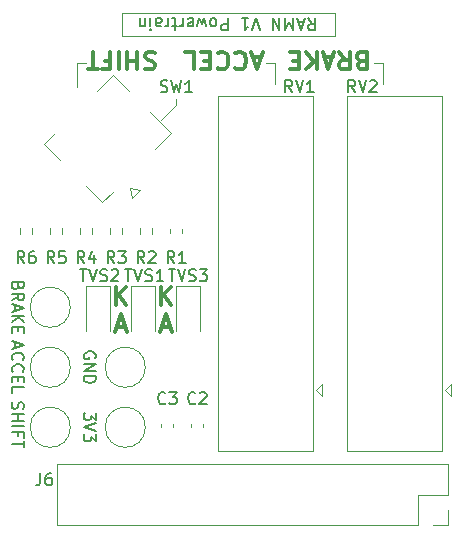
<source format=gbr>
G04 #@! TF.GenerationSoftware,KiCad,Pcbnew,(5.1.9)-1*
G04 #@! TF.CreationDate,2021-02-23T11:14:44+09:00*
G04 #@! TF.ProjectId,powertrain,706f7765-7274-4726-9169-6e2e6b696361,rev?*
G04 #@! TF.SameCoordinates,Original*
G04 #@! TF.FileFunction,Legend,Top*
G04 #@! TF.FilePolarity,Positive*
%FSLAX46Y46*%
G04 Gerber Fmt 4.6, Leading zero omitted, Abs format (unit mm)*
G04 Created by KiCad (PCBNEW (5.1.9)-1) date 2021-02-23 11:14:44*
%MOMM*%
%LPD*%
G01*
G04 APERTURE LIST*
%ADD10C,0.300000*%
%ADD11C,0.120000*%
%ADD12C,0.150000*%
G04 APERTURE END LIST*
D10*
X46251857Y-48002000D02*
X46966142Y-48002000D01*
X46109000Y-48430571D02*
X46609000Y-46930571D01*
X47109000Y-48430571D01*
X42441857Y-48002000D02*
X43156142Y-48002000D01*
X42299000Y-48430571D02*
X42799000Y-46930571D01*
X43299000Y-48430571D01*
X46216142Y-46144571D02*
X46216142Y-44644571D01*
X47073285Y-46144571D02*
X46430428Y-45287428D01*
X47073285Y-44644571D02*
X46216142Y-45501714D01*
X42406142Y-46144571D02*
X42406142Y-44644571D01*
X43263285Y-46144571D02*
X42620428Y-45287428D01*
X43263285Y-44644571D02*
X42406142Y-45501714D01*
D11*
X47498000Y-29210000D02*
X47498000Y-28702000D01*
X46228000Y-30480000D02*
X47498000Y-29210000D01*
X60960000Y-21463000D02*
X42926000Y-21463000D01*
X60960000Y-23368000D02*
X60960000Y-21463000D01*
X42926000Y-23368000D02*
X60960000Y-23368000D01*
X42926000Y-23368000D02*
X42926000Y-21463000D01*
D12*
X58649333Y-21899619D02*
X58982666Y-22375809D01*
X59220761Y-21899619D02*
X59220761Y-22899619D01*
X58839809Y-22899619D01*
X58744571Y-22852000D01*
X58696952Y-22804380D01*
X58649333Y-22709142D01*
X58649333Y-22566285D01*
X58696952Y-22471047D01*
X58744571Y-22423428D01*
X58839809Y-22375809D01*
X59220761Y-22375809D01*
X58268380Y-22185333D02*
X57792190Y-22185333D01*
X58363619Y-21899619D02*
X58030285Y-22899619D01*
X57696952Y-21899619D01*
X57363619Y-21899619D02*
X57363619Y-22899619D01*
X57030285Y-22185333D01*
X56696952Y-22899619D01*
X56696952Y-21899619D01*
X56220761Y-21899619D02*
X56220761Y-22899619D01*
X55649333Y-21899619D01*
X55649333Y-22899619D01*
X54554095Y-22899619D02*
X54220761Y-21899619D01*
X53887428Y-22899619D01*
X53030285Y-21899619D02*
X53601714Y-21899619D01*
X53316000Y-21899619D02*
X53316000Y-22899619D01*
X53411238Y-22756761D01*
X53506476Y-22661523D01*
X53601714Y-22613904D01*
X51839809Y-21899619D02*
X51839809Y-22899619D01*
X51458857Y-22899619D01*
X51363619Y-22852000D01*
X51316000Y-22804380D01*
X51268380Y-22709142D01*
X51268380Y-22566285D01*
X51316000Y-22471047D01*
X51363619Y-22423428D01*
X51458857Y-22375809D01*
X51839809Y-22375809D01*
X50696952Y-21899619D02*
X50792190Y-21947238D01*
X50839809Y-21994857D01*
X50887428Y-22090095D01*
X50887428Y-22375809D01*
X50839809Y-22471047D01*
X50792190Y-22518666D01*
X50696952Y-22566285D01*
X50554095Y-22566285D01*
X50458857Y-22518666D01*
X50411238Y-22471047D01*
X50363619Y-22375809D01*
X50363619Y-22090095D01*
X50411238Y-21994857D01*
X50458857Y-21947238D01*
X50554095Y-21899619D01*
X50696952Y-21899619D01*
X50030285Y-22566285D02*
X49839809Y-21899619D01*
X49649333Y-22375809D01*
X49458857Y-21899619D01*
X49268380Y-22566285D01*
X48506476Y-21947238D02*
X48601714Y-21899619D01*
X48792190Y-21899619D01*
X48887428Y-21947238D01*
X48935047Y-22042476D01*
X48935047Y-22423428D01*
X48887428Y-22518666D01*
X48792190Y-22566285D01*
X48601714Y-22566285D01*
X48506476Y-22518666D01*
X48458857Y-22423428D01*
X48458857Y-22328190D01*
X48935047Y-22232952D01*
X48030285Y-21899619D02*
X48030285Y-22566285D01*
X48030285Y-22375809D02*
X47982666Y-22471047D01*
X47935047Y-22518666D01*
X47839809Y-22566285D01*
X47744571Y-22566285D01*
X47554095Y-22566285D02*
X47173142Y-22566285D01*
X47411238Y-22899619D02*
X47411238Y-22042476D01*
X47363619Y-21947238D01*
X47268380Y-21899619D01*
X47173142Y-21899619D01*
X46839809Y-21899619D02*
X46839809Y-22566285D01*
X46839809Y-22375809D02*
X46792190Y-22471047D01*
X46744571Y-22518666D01*
X46649333Y-22566285D01*
X46554095Y-22566285D01*
X45792190Y-21899619D02*
X45792190Y-22423428D01*
X45839809Y-22518666D01*
X45935047Y-22566285D01*
X46125523Y-22566285D01*
X46220761Y-22518666D01*
X45792190Y-21947238D02*
X45887428Y-21899619D01*
X46125523Y-21899619D01*
X46220761Y-21947238D01*
X46268380Y-22042476D01*
X46268380Y-22137714D01*
X46220761Y-22232952D01*
X46125523Y-22280571D01*
X45887428Y-22280571D01*
X45792190Y-22328190D01*
X45316000Y-21899619D02*
X45316000Y-22566285D01*
X45316000Y-22899619D02*
X45363619Y-22852000D01*
X45316000Y-22804380D01*
X45268380Y-22852000D01*
X45316000Y-22899619D01*
X45316000Y-22804380D01*
X44839809Y-22566285D02*
X44839809Y-21899619D01*
X44839809Y-22471047D02*
X44792190Y-22518666D01*
X44696952Y-22566285D01*
X44554095Y-22566285D01*
X44458857Y-22518666D01*
X44411238Y-22423428D01*
X44411238Y-21899619D01*
D11*
X39116000Y-25654000D02*
X39116000Y-27686000D01*
X39878000Y-25654000D02*
X39116000Y-25654000D01*
X55880000Y-25654000D02*
X55880000Y-27432000D01*
X55118000Y-25654000D02*
X55880000Y-25654000D01*
X65024000Y-25654000D02*
X65024000Y-27432000D01*
X64262000Y-25654000D02*
X65024000Y-25654000D01*
D10*
X45711714Y-24792857D02*
X45497428Y-24721428D01*
X45140285Y-24721428D01*
X44997428Y-24792857D01*
X44926000Y-24864285D01*
X44854571Y-25007142D01*
X44854571Y-25150000D01*
X44926000Y-25292857D01*
X44997428Y-25364285D01*
X45140285Y-25435714D01*
X45426000Y-25507142D01*
X45568857Y-25578571D01*
X45640285Y-25650000D01*
X45711714Y-25792857D01*
X45711714Y-25935714D01*
X45640285Y-26078571D01*
X45568857Y-26150000D01*
X45426000Y-26221428D01*
X45068857Y-26221428D01*
X44854571Y-26150000D01*
X44211714Y-24721428D02*
X44211714Y-26221428D01*
X44211714Y-25507142D02*
X43354571Y-25507142D01*
X43354571Y-24721428D02*
X43354571Y-26221428D01*
X42640285Y-24721428D02*
X42640285Y-26221428D01*
X41426000Y-25507142D02*
X41926000Y-25507142D01*
X41926000Y-24721428D02*
X41926000Y-26221428D01*
X41211714Y-26221428D01*
X40854571Y-26221428D02*
X39997428Y-26221428D01*
X40426000Y-24721428D02*
X40426000Y-26221428D01*
X54704857Y-25150000D02*
X53990571Y-25150000D01*
X54847714Y-24721428D02*
X54347714Y-26221428D01*
X53847714Y-24721428D01*
X52490571Y-24864285D02*
X52562000Y-24792857D01*
X52776285Y-24721428D01*
X52919142Y-24721428D01*
X53133428Y-24792857D01*
X53276285Y-24935714D01*
X53347714Y-25078571D01*
X53419142Y-25364285D01*
X53419142Y-25578571D01*
X53347714Y-25864285D01*
X53276285Y-26007142D01*
X53133428Y-26150000D01*
X52919142Y-26221428D01*
X52776285Y-26221428D01*
X52562000Y-26150000D01*
X52490571Y-26078571D01*
X50990571Y-24864285D02*
X51062000Y-24792857D01*
X51276285Y-24721428D01*
X51419142Y-24721428D01*
X51633428Y-24792857D01*
X51776285Y-24935714D01*
X51847714Y-25078571D01*
X51919142Y-25364285D01*
X51919142Y-25578571D01*
X51847714Y-25864285D01*
X51776285Y-26007142D01*
X51633428Y-26150000D01*
X51419142Y-26221428D01*
X51276285Y-26221428D01*
X51062000Y-26150000D01*
X50990571Y-26078571D01*
X50347714Y-25507142D02*
X49847714Y-25507142D01*
X49633428Y-24721428D02*
X50347714Y-24721428D01*
X50347714Y-26221428D01*
X49633428Y-26221428D01*
X48276285Y-24721428D02*
X48990571Y-24721428D01*
X48990571Y-26221428D01*
X63166285Y-25507142D02*
X62951999Y-25435714D01*
X62880571Y-25364285D01*
X62809142Y-25221428D01*
X62809142Y-25007142D01*
X62880571Y-24864285D01*
X62951999Y-24792857D01*
X63094857Y-24721428D01*
X63666285Y-24721428D01*
X63666285Y-26221428D01*
X63166285Y-26221428D01*
X63023428Y-26150000D01*
X62951999Y-26078571D01*
X62880571Y-25935714D01*
X62880571Y-25792857D01*
X62951999Y-25650000D01*
X63023428Y-25578571D01*
X63166285Y-25507142D01*
X63666285Y-25507142D01*
X61309142Y-24721428D02*
X61809142Y-25435714D01*
X62166285Y-24721428D02*
X62166285Y-26221428D01*
X61594857Y-26221428D01*
X61452000Y-26150000D01*
X61380571Y-26078571D01*
X61309142Y-25935714D01*
X61309142Y-25721428D01*
X61380571Y-25578571D01*
X61452000Y-25507142D01*
X61594857Y-25435714D01*
X62166285Y-25435714D01*
X60737714Y-25150000D02*
X60023428Y-25150000D01*
X60880571Y-24721428D02*
X60380571Y-26221428D01*
X59880571Y-24721428D01*
X59380571Y-24721428D02*
X59380571Y-26221428D01*
X58523428Y-24721428D02*
X59166285Y-25578571D01*
X58523428Y-26221428D02*
X59380571Y-25364285D01*
X57880571Y-25507142D02*
X57380571Y-25507142D01*
X57166285Y-24721428D02*
X57880571Y-24721428D01*
X57880571Y-26221428D01*
X57166285Y-26221428D01*
D11*
X44465187Y-36399376D02*
X44285581Y-36578981D01*
X43567161Y-36219771D02*
X44465187Y-36399376D01*
X43746766Y-37117796D02*
X43567161Y-36219771D01*
X44285581Y-36578981D02*
X43746766Y-37117796D01*
X41232294Y-37477006D02*
X42130320Y-36578981D01*
X39885256Y-36129968D02*
X41232294Y-37477006D01*
X36293154Y-32537866D02*
X37640192Y-33884904D01*
X37191179Y-31639840D02*
X36293154Y-32537866D01*
X42130320Y-26700699D02*
X40783282Y-28047738D01*
X43477358Y-28047738D02*
X42130320Y-26700699D01*
X47069461Y-31639840D02*
X45273410Y-29843789D01*
X45722422Y-32986878D02*
X47069461Y-31639840D01*
X61968000Y-58498000D02*
X69968000Y-58498000D01*
X69968000Y-58498000D02*
X69968000Y-28498000D01*
X70762000Y-53906000D02*
X70254000Y-53398000D01*
X70254000Y-53398000D02*
X70762000Y-52890000D01*
X70762000Y-52890000D02*
X70762000Y-53906000D01*
X61968000Y-28498000D02*
X69968000Y-28498000D01*
X61968000Y-58498000D02*
X61968000Y-28498000D01*
X51046000Y-58498000D02*
X51046000Y-28498000D01*
X51046000Y-28498000D02*
X59046000Y-28498000D01*
X59840000Y-52890000D02*
X59840000Y-53906000D01*
X59332000Y-53398000D02*
X59840000Y-52890000D01*
X59840000Y-53906000D02*
X59332000Y-53398000D01*
X59046000Y-58498000D02*
X59046000Y-28498000D01*
X51046000Y-58498000D02*
X59046000Y-58498000D01*
X49514000Y-44536000D02*
X47514000Y-44536000D01*
X47514000Y-44536000D02*
X47514000Y-48386000D01*
X49514000Y-44536000D02*
X49514000Y-48386000D01*
X41894000Y-44536000D02*
X39894000Y-44536000D01*
X39894000Y-44536000D02*
X39894000Y-48386000D01*
X41894000Y-44536000D02*
X41894000Y-48386000D01*
X45704000Y-44536000D02*
X43704000Y-44536000D01*
X43704000Y-44536000D02*
X43704000Y-48386000D01*
X45704000Y-44536000D02*
X45704000Y-48386000D01*
X70545000Y-63500000D02*
X70545000Y-64830000D01*
X70545000Y-64830000D02*
X69215000Y-64830000D01*
X70545000Y-62230000D02*
X67945000Y-62230000D01*
X67945000Y-62230000D02*
X67945000Y-64830000D01*
X67945000Y-64830000D02*
X37405000Y-64830000D01*
X37405000Y-59630000D02*
X37405000Y-64830000D01*
X70545000Y-59630000D02*
X37405000Y-59630000D01*
X70545000Y-59630000D02*
X70545000Y-62230000D01*
X47246000Y-56528580D02*
X47246000Y-56247420D01*
X46226000Y-56528580D02*
X46226000Y-56247420D01*
X48766000Y-56247420D02*
X48766000Y-56528580D01*
X49786000Y-56247420D02*
X49786000Y-56528580D01*
X38530000Y-46355000D02*
G75*
G03*
X38530000Y-46355000I-1700000J0D01*
G01*
X38530000Y-56515000D02*
G75*
G03*
X38530000Y-56515000I-1700000J0D01*
G01*
X38530000Y-51435000D02*
G75*
G03*
X38530000Y-51435000I-1700000J0D01*
G01*
X44880000Y-51435000D02*
G75*
G03*
X44880000Y-51435000I-1700000J0D01*
G01*
X34275500Y-39640742D02*
X34275500Y-40115258D01*
X35320500Y-39640742D02*
X35320500Y-40115258D01*
X37860500Y-40115258D02*
X37860500Y-39640742D01*
X36815500Y-40115258D02*
X36815500Y-39640742D01*
X40400500Y-40115258D02*
X40400500Y-39640742D01*
X39355500Y-40115258D02*
X39355500Y-39640742D01*
X41895500Y-39640742D02*
X41895500Y-40115258D01*
X42940500Y-39640742D02*
X42940500Y-40115258D01*
X44435500Y-39640742D02*
X44435500Y-40115258D01*
X45480500Y-39640742D02*
X45480500Y-40115258D01*
X44880000Y-56515000D02*
G75*
G03*
X44880000Y-56515000I-1700000J0D01*
G01*
X46988000Y-40040779D02*
X46988000Y-39715221D01*
X48008000Y-40040779D02*
X48008000Y-39715221D01*
D12*
X46164666Y-28090761D02*
X46307523Y-28138380D01*
X46545619Y-28138380D01*
X46640857Y-28090761D01*
X46688476Y-28043142D01*
X46736095Y-27947904D01*
X46736095Y-27852666D01*
X46688476Y-27757428D01*
X46640857Y-27709809D01*
X46545619Y-27662190D01*
X46355142Y-27614571D01*
X46259904Y-27566952D01*
X46212285Y-27519333D01*
X46164666Y-27424095D01*
X46164666Y-27328857D01*
X46212285Y-27233619D01*
X46259904Y-27186000D01*
X46355142Y-27138380D01*
X46593238Y-27138380D01*
X46736095Y-27186000D01*
X47069428Y-27138380D02*
X47307523Y-28138380D01*
X47498000Y-27424095D01*
X47688476Y-28138380D01*
X47926571Y-27138380D01*
X48831333Y-28138380D02*
X48259904Y-28138380D01*
X48545619Y-28138380D02*
X48545619Y-27138380D01*
X48450380Y-27281238D01*
X48355142Y-27376476D01*
X48259904Y-27424095D01*
X62650761Y-28138380D02*
X62317428Y-27662190D01*
X62079333Y-28138380D02*
X62079333Y-27138380D01*
X62460285Y-27138380D01*
X62555523Y-27186000D01*
X62603142Y-27233619D01*
X62650761Y-27328857D01*
X62650761Y-27471714D01*
X62603142Y-27566952D01*
X62555523Y-27614571D01*
X62460285Y-27662190D01*
X62079333Y-27662190D01*
X62936476Y-27138380D02*
X63269809Y-28138380D01*
X63603142Y-27138380D01*
X63888857Y-27233619D02*
X63936476Y-27186000D01*
X64031714Y-27138380D01*
X64269809Y-27138380D01*
X64365047Y-27186000D01*
X64412666Y-27233619D01*
X64460285Y-27328857D01*
X64460285Y-27424095D01*
X64412666Y-27566952D01*
X63841238Y-28138380D01*
X64460285Y-28138380D01*
X57316761Y-28138380D02*
X56983428Y-27662190D01*
X56745333Y-28138380D02*
X56745333Y-27138380D01*
X57126285Y-27138380D01*
X57221523Y-27186000D01*
X57269142Y-27233619D01*
X57316761Y-27328857D01*
X57316761Y-27471714D01*
X57269142Y-27566952D01*
X57221523Y-27614571D01*
X57126285Y-27662190D01*
X56745333Y-27662190D01*
X57602476Y-27138380D02*
X57935809Y-28138380D01*
X58269142Y-27138380D01*
X59126285Y-28138380D02*
X58554857Y-28138380D01*
X58840571Y-28138380D02*
X58840571Y-27138380D01*
X58745333Y-27281238D01*
X58650095Y-27376476D01*
X58554857Y-27424095D01*
X46847333Y-43140380D02*
X47418761Y-43140380D01*
X47133047Y-44140380D02*
X47133047Y-43140380D01*
X47609238Y-43140380D02*
X47942571Y-44140380D01*
X48275904Y-43140380D01*
X48561619Y-44092761D02*
X48704476Y-44140380D01*
X48942571Y-44140380D01*
X49037809Y-44092761D01*
X49085428Y-44045142D01*
X49133047Y-43949904D01*
X49133047Y-43854666D01*
X49085428Y-43759428D01*
X49037809Y-43711809D01*
X48942571Y-43664190D01*
X48752095Y-43616571D01*
X48656857Y-43568952D01*
X48609238Y-43521333D01*
X48561619Y-43426095D01*
X48561619Y-43330857D01*
X48609238Y-43235619D01*
X48656857Y-43188000D01*
X48752095Y-43140380D01*
X48990190Y-43140380D01*
X49133047Y-43188000D01*
X49466380Y-43140380D02*
X50085428Y-43140380D01*
X49752095Y-43521333D01*
X49894952Y-43521333D01*
X49990190Y-43568952D01*
X50037809Y-43616571D01*
X50085428Y-43711809D01*
X50085428Y-43949904D01*
X50037809Y-44045142D01*
X49990190Y-44092761D01*
X49894952Y-44140380D01*
X49609238Y-44140380D01*
X49514000Y-44092761D01*
X49466380Y-44045142D01*
X39354333Y-43140380D02*
X39925761Y-43140380D01*
X39640047Y-44140380D02*
X39640047Y-43140380D01*
X40116238Y-43140380D02*
X40449571Y-44140380D01*
X40782904Y-43140380D01*
X41068619Y-44092761D02*
X41211476Y-44140380D01*
X41449571Y-44140380D01*
X41544809Y-44092761D01*
X41592428Y-44045142D01*
X41640047Y-43949904D01*
X41640047Y-43854666D01*
X41592428Y-43759428D01*
X41544809Y-43711809D01*
X41449571Y-43664190D01*
X41259095Y-43616571D01*
X41163857Y-43568952D01*
X41116238Y-43521333D01*
X41068619Y-43426095D01*
X41068619Y-43330857D01*
X41116238Y-43235619D01*
X41163857Y-43188000D01*
X41259095Y-43140380D01*
X41497190Y-43140380D01*
X41640047Y-43188000D01*
X42021000Y-43235619D02*
X42068619Y-43188000D01*
X42163857Y-43140380D01*
X42401952Y-43140380D01*
X42497190Y-43188000D01*
X42544809Y-43235619D01*
X42592428Y-43330857D01*
X42592428Y-43426095D01*
X42544809Y-43568952D01*
X41973380Y-44140380D01*
X42592428Y-44140380D01*
X43164333Y-43140380D02*
X43735761Y-43140380D01*
X43450047Y-44140380D02*
X43450047Y-43140380D01*
X43926238Y-43140380D02*
X44259571Y-44140380D01*
X44592904Y-43140380D01*
X44878619Y-44092761D02*
X45021476Y-44140380D01*
X45259571Y-44140380D01*
X45354809Y-44092761D01*
X45402428Y-44045142D01*
X45450047Y-43949904D01*
X45450047Y-43854666D01*
X45402428Y-43759428D01*
X45354809Y-43711809D01*
X45259571Y-43664190D01*
X45069095Y-43616571D01*
X44973857Y-43568952D01*
X44926238Y-43521333D01*
X44878619Y-43426095D01*
X44878619Y-43330857D01*
X44926238Y-43235619D01*
X44973857Y-43188000D01*
X45069095Y-43140380D01*
X45307190Y-43140380D01*
X45450047Y-43188000D01*
X46402428Y-44140380D02*
X45831000Y-44140380D01*
X46116714Y-44140380D02*
X46116714Y-43140380D01*
X46021476Y-43283238D01*
X45926238Y-43378476D01*
X45831000Y-43426095D01*
X35988666Y-60412380D02*
X35988666Y-61126666D01*
X35941047Y-61269523D01*
X35845809Y-61364761D01*
X35702952Y-61412380D01*
X35607714Y-61412380D01*
X36893428Y-60412380D02*
X36702952Y-60412380D01*
X36607714Y-60460000D01*
X36560095Y-60507619D01*
X36464857Y-60650476D01*
X36417238Y-60840952D01*
X36417238Y-61221904D01*
X36464857Y-61317142D01*
X36512476Y-61364761D01*
X36607714Y-61412380D01*
X36798190Y-61412380D01*
X36893428Y-61364761D01*
X36941047Y-61317142D01*
X36988666Y-61221904D01*
X36988666Y-60983809D01*
X36941047Y-60888571D01*
X36893428Y-60840952D01*
X36798190Y-60793333D01*
X36607714Y-60793333D01*
X36512476Y-60840952D01*
X36464857Y-60888571D01*
X36417238Y-60983809D01*
X46569333Y-54459142D02*
X46521714Y-54506761D01*
X46378857Y-54554380D01*
X46283619Y-54554380D01*
X46140761Y-54506761D01*
X46045523Y-54411523D01*
X45997904Y-54316285D01*
X45950285Y-54125809D01*
X45950285Y-53982952D01*
X45997904Y-53792476D01*
X46045523Y-53697238D01*
X46140761Y-53602000D01*
X46283619Y-53554380D01*
X46378857Y-53554380D01*
X46521714Y-53602000D01*
X46569333Y-53649619D01*
X46902666Y-53554380D02*
X47521714Y-53554380D01*
X47188380Y-53935333D01*
X47331238Y-53935333D01*
X47426476Y-53982952D01*
X47474095Y-54030571D01*
X47521714Y-54125809D01*
X47521714Y-54363904D01*
X47474095Y-54459142D01*
X47426476Y-54506761D01*
X47331238Y-54554380D01*
X47045523Y-54554380D01*
X46950285Y-54506761D01*
X46902666Y-54459142D01*
X49109333Y-54459142D02*
X49061714Y-54506761D01*
X48918857Y-54554380D01*
X48823619Y-54554380D01*
X48680761Y-54506761D01*
X48585523Y-54411523D01*
X48537904Y-54316285D01*
X48490285Y-54125809D01*
X48490285Y-53982952D01*
X48537904Y-53792476D01*
X48585523Y-53697238D01*
X48680761Y-53602000D01*
X48823619Y-53554380D01*
X48918857Y-53554380D01*
X49061714Y-53602000D01*
X49109333Y-53649619D01*
X49490285Y-53649619D02*
X49537904Y-53602000D01*
X49633142Y-53554380D01*
X49871238Y-53554380D01*
X49966476Y-53602000D01*
X50014095Y-53649619D01*
X50061714Y-53744857D01*
X50061714Y-53840095D01*
X50014095Y-53982952D01*
X49442666Y-54554380D01*
X50061714Y-54554380D01*
X34107428Y-44545476D02*
X34059809Y-44688333D01*
X34012190Y-44735952D01*
X33916952Y-44783571D01*
X33774095Y-44783571D01*
X33678857Y-44735952D01*
X33631238Y-44688333D01*
X33583619Y-44593095D01*
X33583619Y-44212142D01*
X34583619Y-44212142D01*
X34583619Y-44545476D01*
X34536000Y-44640714D01*
X34488380Y-44688333D01*
X34393142Y-44735952D01*
X34297904Y-44735952D01*
X34202666Y-44688333D01*
X34155047Y-44640714D01*
X34107428Y-44545476D01*
X34107428Y-44212142D01*
X33583619Y-45783571D02*
X34059809Y-45450238D01*
X33583619Y-45212142D02*
X34583619Y-45212142D01*
X34583619Y-45593095D01*
X34536000Y-45688333D01*
X34488380Y-45735952D01*
X34393142Y-45783571D01*
X34250285Y-45783571D01*
X34155047Y-45735952D01*
X34107428Y-45688333D01*
X34059809Y-45593095D01*
X34059809Y-45212142D01*
X33869333Y-46164523D02*
X33869333Y-46640714D01*
X33583619Y-46069285D02*
X34583619Y-46402619D01*
X33583619Y-46735952D01*
X33583619Y-47069285D02*
X34583619Y-47069285D01*
X33583619Y-47640714D02*
X34155047Y-47212142D01*
X34583619Y-47640714D02*
X34012190Y-47069285D01*
X34107428Y-48069285D02*
X34107428Y-48402619D01*
X33583619Y-48545476D02*
X33583619Y-48069285D01*
X34583619Y-48069285D01*
X34583619Y-48545476D01*
X33631238Y-54403857D02*
X33583619Y-54546714D01*
X33583619Y-54784809D01*
X33631238Y-54880047D01*
X33678857Y-54927666D01*
X33774095Y-54975285D01*
X33869333Y-54975285D01*
X33964571Y-54927666D01*
X34012190Y-54880047D01*
X34059809Y-54784809D01*
X34107428Y-54594333D01*
X34155047Y-54499095D01*
X34202666Y-54451476D01*
X34297904Y-54403857D01*
X34393142Y-54403857D01*
X34488380Y-54451476D01*
X34536000Y-54499095D01*
X34583619Y-54594333D01*
X34583619Y-54832428D01*
X34536000Y-54975285D01*
X33583619Y-55403857D02*
X34583619Y-55403857D01*
X34107428Y-55403857D02*
X34107428Y-55975285D01*
X33583619Y-55975285D02*
X34583619Y-55975285D01*
X33583619Y-56451476D02*
X34583619Y-56451476D01*
X34107428Y-57261000D02*
X34107428Y-56927666D01*
X33583619Y-56927666D02*
X34583619Y-56927666D01*
X34583619Y-57403857D01*
X34583619Y-57641952D02*
X34583619Y-58213380D01*
X33583619Y-57927666D02*
X34583619Y-57927666D01*
X33869333Y-49339761D02*
X33869333Y-49815952D01*
X33583619Y-49244523D02*
X34583619Y-49577857D01*
X33583619Y-49911190D01*
X33678857Y-50815952D02*
X33631238Y-50768333D01*
X33583619Y-50625476D01*
X33583619Y-50530238D01*
X33631238Y-50387380D01*
X33726476Y-50292142D01*
X33821714Y-50244523D01*
X34012190Y-50196904D01*
X34155047Y-50196904D01*
X34345523Y-50244523D01*
X34440761Y-50292142D01*
X34536000Y-50387380D01*
X34583619Y-50530238D01*
X34583619Y-50625476D01*
X34536000Y-50768333D01*
X34488380Y-50815952D01*
X33678857Y-51815952D02*
X33631238Y-51768333D01*
X33583619Y-51625476D01*
X33583619Y-51530238D01*
X33631238Y-51387380D01*
X33726476Y-51292142D01*
X33821714Y-51244523D01*
X34012190Y-51196904D01*
X34155047Y-51196904D01*
X34345523Y-51244523D01*
X34440761Y-51292142D01*
X34536000Y-51387380D01*
X34583619Y-51530238D01*
X34583619Y-51625476D01*
X34536000Y-51768333D01*
X34488380Y-51815952D01*
X34107428Y-52244523D02*
X34107428Y-52577857D01*
X33583619Y-52720714D02*
X33583619Y-52244523D01*
X34583619Y-52244523D01*
X34583619Y-52720714D01*
X33583619Y-53625476D02*
X33583619Y-53149285D01*
X34583619Y-53149285D01*
X40632000Y-50673095D02*
X40679619Y-50577857D01*
X40679619Y-50435000D01*
X40632000Y-50292142D01*
X40536761Y-50196904D01*
X40441523Y-50149285D01*
X40251047Y-50101666D01*
X40108190Y-50101666D01*
X39917714Y-50149285D01*
X39822476Y-50196904D01*
X39727238Y-50292142D01*
X39679619Y-50435000D01*
X39679619Y-50530238D01*
X39727238Y-50673095D01*
X39774857Y-50720714D01*
X40108190Y-50720714D01*
X40108190Y-50530238D01*
X39679619Y-51149285D02*
X40679619Y-51149285D01*
X39679619Y-51720714D01*
X40679619Y-51720714D01*
X39679619Y-52196904D02*
X40679619Y-52196904D01*
X40679619Y-52435000D01*
X40632000Y-52577857D01*
X40536761Y-52673095D01*
X40441523Y-52720714D01*
X40251047Y-52768333D01*
X40108190Y-52768333D01*
X39917714Y-52720714D01*
X39822476Y-52673095D01*
X39727238Y-52577857D01*
X39679619Y-52435000D01*
X39679619Y-52196904D01*
X34631333Y-42616380D02*
X34298000Y-42140190D01*
X34059904Y-42616380D02*
X34059904Y-41616380D01*
X34440857Y-41616380D01*
X34536095Y-41664000D01*
X34583714Y-41711619D01*
X34631333Y-41806857D01*
X34631333Y-41949714D01*
X34583714Y-42044952D01*
X34536095Y-42092571D01*
X34440857Y-42140190D01*
X34059904Y-42140190D01*
X35488476Y-41616380D02*
X35298000Y-41616380D01*
X35202761Y-41664000D01*
X35155142Y-41711619D01*
X35059904Y-41854476D01*
X35012285Y-42044952D01*
X35012285Y-42425904D01*
X35059904Y-42521142D01*
X35107523Y-42568761D01*
X35202761Y-42616380D01*
X35393238Y-42616380D01*
X35488476Y-42568761D01*
X35536095Y-42521142D01*
X35583714Y-42425904D01*
X35583714Y-42187809D01*
X35536095Y-42092571D01*
X35488476Y-42044952D01*
X35393238Y-41997333D01*
X35202761Y-41997333D01*
X35107523Y-42044952D01*
X35059904Y-42092571D01*
X35012285Y-42187809D01*
X37171333Y-42616380D02*
X36838000Y-42140190D01*
X36599904Y-42616380D02*
X36599904Y-41616380D01*
X36980857Y-41616380D01*
X37076095Y-41664000D01*
X37123714Y-41711619D01*
X37171333Y-41806857D01*
X37171333Y-41949714D01*
X37123714Y-42044952D01*
X37076095Y-42092571D01*
X36980857Y-42140190D01*
X36599904Y-42140190D01*
X38076095Y-41616380D02*
X37599904Y-41616380D01*
X37552285Y-42092571D01*
X37599904Y-42044952D01*
X37695142Y-41997333D01*
X37933238Y-41997333D01*
X38028476Y-42044952D01*
X38076095Y-42092571D01*
X38123714Y-42187809D01*
X38123714Y-42425904D01*
X38076095Y-42521142D01*
X38028476Y-42568761D01*
X37933238Y-42616380D01*
X37695142Y-42616380D01*
X37599904Y-42568761D01*
X37552285Y-42521142D01*
X39711333Y-42616380D02*
X39378000Y-42140190D01*
X39139904Y-42616380D02*
X39139904Y-41616380D01*
X39520857Y-41616380D01*
X39616095Y-41664000D01*
X39663714Y-41711619D01*
X39711333Y-41806857D01*
X39711333Y-41949714D01*
X39663714Y-42044952D01*
X39616095Y-42092571D01*
X39520857Y-42140190D01*
X39139904Y-42140190D01*
X40568476Y-41949714D02*
X40568476Y-42616380D01*
X40330380Y-41568761D02*
X40092285Y-42283047D01*
X40711333Y-42283047D01*
X42251333Y-42616380D02*
X41918000Y-42140190D01*
X41679904Y-42616380D02*
X41679904Y-41616380D01*
X42060857Y-41616380D01*
X42156095Y-41664000D01*
X42203714Y-41711619D01*
X42251333Y-41806857D01*
X42251333Y-41949714D01*
X42203714Y-42044952D01*
X42156095Y-42092571D01*
X42060857Y-42140190D01*
X41679904Y-42140190D01*
X42584666Y-41616380D02*
X43203714Y-41616380D01*
X42870380Y-41997333D01*
X43013238Y-41997333D01*
X43108476Y-42044952D01*
X43156095Y-42092571D01*
X43203714Y-42187809D01*
X43203714Y-42425904D01*
X43156095Y-42521142D01*
X43108476Y-42568761D01*
X43013238Y-42616380D01*
X42727523Y-42616380D01*
X42632285Y-42568761D01*
X42584666Y-42521142D01*
X44791333Y-42616380D02*
X44458000Y-42140190D01*
X44219904Y-42616380D02*
X44219904Y-41616380D01*
X44600857Y-41616380D01*
X44696095Y-41664000D01*
X44743714Y-41711619D01*
X44791333Y-41806857D01*
X44791333Y-41949714D01*
X44743714Y-42044952D01*
X44696095Y-42092571D01*
X44600857Y-42140190D01*
X44219904Y-42140190D01*
X45172285Y-41711619D02*
X45219904Y-41664000D01*
X45315142Y-41616380D01*
X45553238Y-41616380D01*
X45648476Y-41664000D01*
X45696095Y-41711619D01*
X45743714Y-41806857D01*
X45743714Y-41902095D01*
X45696095Y-42044952D01*
X45124666Y-42616380D01*
X45743714Y-42616380D01*
X40679619Y-55276904D02*
X40679619Y-55895952D01*
X40298666Y-55562619D01*
X40298666Y-55705476D01*
X40251047Y-55800714D01*
X40203428Y-55848333D01*
X40108190Y-55895952D01*
X39870095Y-55895952D01*
X39774857Y-55848333D01*
X39727238Y-55800714D01*
X39679619Y-55705476D01*
X39679619Y-55419761D01*
X39727238Y-55324523D01*
X39774857Y-55276904D01*
X40679619Y-56181666D02*
X39679619Y-56515000D01*
X40679619Y-56848333D01*
X40679619Y-57086428D02*
X40679619Y-57705476D01*
X40298666Y-57372142D01*
X40298666Y-57515000D01*
X40251047Y-57610238D01*
X40203428Y-57657857D01*
X40108190Y-57705476D01*
X39870095Y-57705476D01*
X39774857Y-57657857D01*
X39727238Y-57610238D01*
X39679619Y-57515000D01*
X39679619Y-57229285D01*
X39727238Y-57134047D01*
X39774857Y-57086428D01*
X47331333Y-42616380D02*
X46998000Y-42140190D01*
X46759904Y-42616380D02*
X46759904Y-41616380D01*
X47140857Y-41616380D01*
X47236095Y-41664000D01*
X47283714Y-41711619D01*
X47331333Y-41806857D01*
X47331333Y-41949714D01*
X47283714Y-42044952D01*
X47236095Y-42092571D01*
X47140857Y-42140190D01*
X46759904Y-42140190D01*
X48283714Y-42616380D02*
X47712285Y-42616380D01*
X47998000Y-42616380D02*
X47998000Y-41616380D01*
X47902761Y-41759238D01*
X47807523Y-41854476D01*
X47712285Y-41902095D01*
M02*

</source>
